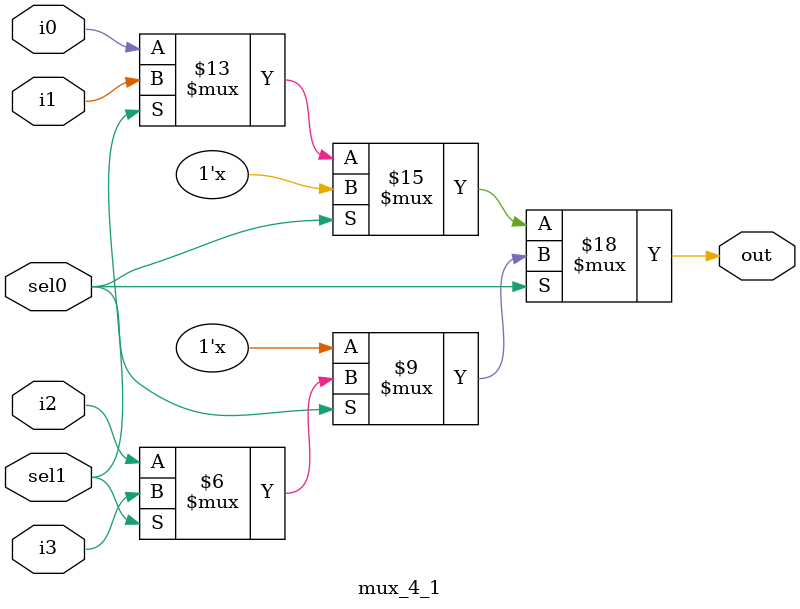
<source format=v>
module mux_4_1(
input sel0,sel1,i0,i1,i2,i3,
output reg out);
always@(*)begin
if(sel0==0)begin
if(sel1==0)
out=i0;
else
out=i1;
end
else begin
if(sel1==0)
out=i2;
else
out=i3;
end
end
endmodule


</source>
